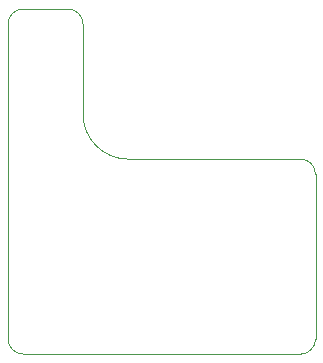
<source format=gm1>
G04 #@! TF.GenerationSoftware,KiCad,Pcbnew,(5.1.5)-2*
G04 #@! TF.CreationDate,2019-12-05T22:10:54+11:00*
G04 #@! TF.ProjectId,BluePill-BitBlaster,426c7565-5069-46c6-9c2d-426974426c61,rev?*
G04 #@! TF.SameCoordinates,Original*
G04 #@! TF.FileFunction,Profile,NP*
%FSLAX46Y46*%
G04 Gerber Fmt 4.6, Leading zero omitted, Abs format (unit mm)*
G04 Created by KiCad (PCBNEW (5.1.5)-2) date 2019-12-05 22:10:54*
%MOMM*%
%LPD*%
G04 APERTURE LIST*
%ADD10C,0.050000*%
G04 APERTURE END LIST*
D10*
X114300000Y-55880000D02*
X114300000Y-48260000D01*
X118110000Y-59690000D02*
X132715000Y-59690000D01*
X118110000Y-59690000D02*
G75*
G02X114300000Y-55880000I0J3810000D01*
G01*
X133985000Y-60960000D02*
X133985000Y-74930000D01*
X132715000Y-76200000D02*
X109220000Y-76200000D01*
X107950000Y-48260000D02*
X107950000Y-74930000D01*
X109220000Y-46990000D02*
X113030000Y-46990000D01*
X113030000Y-46990000D02*
G75*
G02X114300000Y-48260000I0J-1270000D01*
G01*
X107950000Y-48260000D02*
G75*
G02X109220000Y-46990000I1270000J0D01*
G01*
X109220000Y-76200000D02*
G75*
G02X107950000Y-74930000I0J1270000D01*
G01*
X133985000Y-74930000D02*
G75*
G02X132715000Y-76200000I-1270000J0D01*
G01*
X132715000Y-59690000D02*
G75*
G02X133985000Y-60960000I0J-1270000D01*
G01*
M02*

</source>
